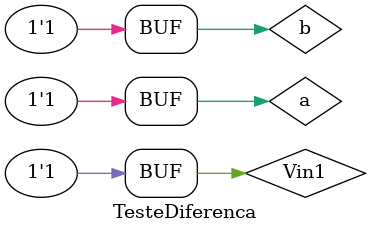
<source format=v>

module meia_diferenca(d,Vout,x,y);
output d,Vout;
input x,y;

xor xor1(d,x,y);
and and1(Vout,~x,y);

endmodule

module diferenca_completa(d1,Vout1,Vin,w,z);
output d1,Vout1;
input w,z,Vin;
wire t1,t2,t3;

meia_diferenca m1(t1,t2,w,z);
meia_diferenca m2(d1,t3,t1,Vin);
or or1(Vout1,t3,t2);

endmodule

//teste

module TesteDiferenca;
reg a,b,Vin1;
wire d2,Vout2;

//intancia

diferenca_completa diferenca(d2,Vout2,Vin1,a,b);
//main
initial begin
$display("\n Guia 04-3");
$display("\n Diferença Completa com subcircuitos");
$display("\na  b Vin Vout Diferenca"); 
$monitor("%b  %b  %b  %b  %b",a,b,Vin1,Vout2,d2);
a=0; b=0; Vin1=0;
#1  a=0; b=0; Vin1=1; 
#1  a=0; b=1; Vin1=0;
#1  a=0; b=1; Vin1=1; 
#1  a=1; b=0; Vin1=0;
#1  a=1; b=0; Vin1=1; 
#1  a=1; b=1; Vin1=0;
#1  a=1; b=1; Vin1=1; 
end
endmodule

//Resultado

/*
   Guia 04-3
    
     Diferenÿa Completa com subcircuitos
    
    a  b Vin Vout Diferenca
    0  0  0  0  0
    0  0  1  1  1
    0  1  0  1  1
    0  1  1  1  0
    1  0  0  0  1
    1  0  1  0  0
    1  1  0  0  0
    1  1  1  1  1
    
   */
</source>
